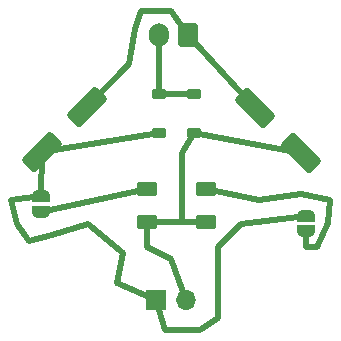
<source format=gbr>
%TF.GenerationSoftware,KiCad,Pcbnew,8.0.4*%
%TF.CreationDate,2025-06-18T18:58:41-07:00*%
%TF.ProjectId,Dyno_LED_PCB,44796e6f-5f4c-4454-945f-5043422e6b69,rev?*%
%TF.SameCoordinates,Original*%
%TF.FileFunction,Copper,L1,Top*%
%TF.FilePolarity,Positive*%
%FSLAX46Y46*%
G04 Gerber Fmt 4.6, Leading zero omitted, Abs format (unit mm)*
G04 Created by KiCad (PCBNEW 8.0.4) date 2025-06-18 18:58:41*
%MOMM*%
%LPD*%
G01*
G04 APERTURE LIST*
G04 Aperture macros list*
%AMRoundRect*
0 Rectangle with rounded corners*
0 $1 Rounding radius*
0 $2 $3 $4 $5 $6 $7 $8 $9 X,Y pos of 4 corners*
0 Add a 4 corners polygon primitive as box body*
4,1,4,$2,$3,$4,$5,$6,$7,$8,$9,$2,$3,0*
0 Add four circle primitives for the rounded corners*
1,1,$1+$1,$2,$3*
1,1,$1+$1,$4,$5*
1,1,$1+$1,$6,$7*
1,1,$1+$1,$8,$9*
0 Add four rect primitives between the rounded corners*
20,1,$1+$1,$2,$3,$4,$5,0*
20,1,$1+$1,$4,$5,$6,$7,0*
20,1,$1+$1,$6,$7,$8,$9,0*
20,1,$1+$1,$8,$9,$2,$3,0*%
%AMFreePoly0*
4,1,19,0.500000,-0.750000,0.000000,-0.750000,0.000000,-0.744911,-0.071157,-0.744911,-0.207708,-0.704816,-0.327430,-0.627875,-0.420627,-0.520320,-0.479746,-0.390866,-0.500000,-0.250000,-0.500000,0.250000,-0.479746,0.390866,-0.420627,0.520320,-0.327430,0.627875,-0.207708,0.704816,-0.071157,0.744911,0.000000,0.744911,0.000000,0.750000,0.500000,0.750000,0.500000,-0.750000,0.500000,-0.750000,
$1*%
%AMFreePoly1*
4,1,19,0.000000,0.744911,0.071157,0.744911,0.207708,0.704816,0.327430,0.627875,0.420627,0.520320,0.479746,0.390866,0.500000,0.250000,0.500000,-0.250000,0.479746,-0.390866,0.420627,-0.520320,0.327430,-0.627875,0.207708,-0.704816,0.071157,-0.744911,0.000000,-0.744911,0.000000,-0.750000,-0.500000,-0.750000,-0.500000,0.750000,0.000000,0.750000,0.000000,0.744911,0.000000,0.744911,
$1*%
G04 Aperture macros list end*
%TA.AperFunction,ComponentPad*%
%ADD10R,1.700000X1.700000*%
%TD*%
%TA.AperFunction,ComponentPad*%
%ADD11O,1.700000X1.700000*%
%TD*%
%TA.AperFunction,SMDPad,CuDef*%
%ADD12RoundRect,0.250000X0.625000X-0.375000X0.625000X0.375000X-0.625000X0.375000X-0.625000X-0.375000X0*%
%TD*%
%TA.AperFunction,SMDPad,CuDef*%
%ADD13RoundRect,0.225000X0.375000X-0.225000X0.375000X0.225000X-0.375000X0.225000X-0.375000X-0.225000X0*%
%TD*%
%TA.AperFunction,SMDPad,CuDef*%
%ADD14RoundRect,0.250000X-0.671751X-1.449569X1.449569X0.671751X0.671751X1.449569X-1.449569X-0.671751X0*%
%TD*%
%TA.AperFunction,SMDPad,CuDef*%
%ADD15FreePoly0,90.000000*%
%TD*%
%TA.AperFunction,SMDPad,CuDef*%
%ADD16FreePoly1,90.000000*%
%TD*%
%TA.AperFunction,SMDPad,CuDef*%
%ADD17RoundRect,0.250000X-1.449569X0.671751X0.671751X-1.449569X1.449569X-0.671751X-0.671751X1.449569X0*%
%TD*%
%TA.AperFunction,SMDPad,CuDef*%
%ADD18RoundRect,0.225000X-0.375000X0.225000X-0.375000X-0.225000X0.375000X-0.225000X0.375000X0.225000X0*%
%TD*%
%TA.AperFunction,ComponentPad*%
%ADD19RoundRect,0.250000X0.600000X0.750000X-0.600000X0.750000X-0.600000X-0.750000X0.600000X-0.750000X0*%
%TD*%
%TA.AperFunction,ComponentPad*%
%ADD20O,1.700000X2.000000*%
%TD*%
%TA.AperFunction,Conductor*%
%ADD21C,0.508000*%
%TD*%
G04 APERTURE END LIST*
D10*
%TO.P,J2,1,Pin_1*%
%TO.N,Net-(D1-K)*%
X68725000Y-61000000D03*
D11*
%TO.P,J2,2,Pin_2*%
%TO.N,Net-(D2-A)*%
X71265000Y-61000000D03*
%TD*%
D12*
%TO.P,D4,1,K*%
%TO.N,Net-(D2-A)*%
X73000000Y-54400000D03*
%TO.P,D4,2,A*%
%TO.N,Net-(D4-A)*%
X73000000Y-51600000D03*
%TD*%
D13*
%TO.P,D1,1,K*%
%TO.N,Net-(D1-K)*%
X69000000Y-46800000D03*
%TO.P,D1,2,A*%
%TO.N,Net-(D1-A)*%
X69000000Y-43500000D03*
%TD*%
D12*
%TO.P,D3,1,K*%
%TO.N,Net-(D2-A)*%
X68000000Y-54400000D03*
%TO.P,D3,2,A*%
%TO.N,Net-(D3-A)*%
X68000000Y-51600000D03*
%TD*%
D14*
%TO.P,C1,1*%
%TO.N,Net-(D1-K)*%
X59090810Y-48409189D03*
%TO.P,C1,2*%
%TO.N,Net-(J1-Pin_1)*%
X62909190Y-44590811D03*
%TD*%
D15*
%TO.P,JP2,1,A*%
%TO.N,Net-(D3-A)*%
X59000000Y-53500000D03*
D16*
%TO.P,JP2,2,B*%
%TO.N,Net-(D1-K)*%
X59000000Y-52200000D03*
%TD*%
D17*
%TO.P,C2,1*%
%TO.N,Net-(J1-Pin_1)*%
X77181622Y-44681619D03*
%TO.P,C2,2*%
%TO.N,Net-(D2-A)*%
X81000000Y-48499999D03*
%TD*%
D15*
%TO.P,JP1,1,A*%
%TO.N,Net-(D4-A)*%
X81500002Y-55150001D03*
D16*
%TO.P,JP1,2,B*%
%TO.N,Net-(D1-K)*%
X81499998Y-53849999D03*
%TD*%
D18*
%TO.P,D2,1,K*%
%TO.N,Net-(D1-A)*%
X72000000Y-43500000D03*
%TO.P,D2,2,A*%
%TO.N,Net-(D2-A)*%
X72000000Y-46800000D03*
%TD*%
D19*
%TO.P,J1,1,Pin_1*%
%TO.N,Net-(J1-Pin_1)*%
X71500000Y-38500000D03*
D20*
%TO.P,J1,2,Pin_2*%
%TO.N,Net-(D1-A)*%
X69000000Y-38500000D03*
%TD*%
D21*
%TO.N,Net-(D1-A)*%
X69000000Y-43500000D02*
X72000000Y-43500000D01*
%TO.N,Net-(D1-K)*%
X58000000Y-56000000D02*
X60000000Y-55500000D01*
X57000000Y-54500000D02*
X58000000Y-56000000D01*
X59000000Y-52200000D02*
X56500000Y-52500000D01*
X69000000Y-46800000D02*
X59090809Y-48409189D01*
X81499998Y-53849999D02*
X76000000Y-54500000D01*
X72500000Y-63500000D02*
X69500000Y-63500000D01*
X56500000Y-52500000D02*
X57000000Y-54500000D01*
X74000000Y-62500000D02*
X72500000Y-63500000D01*
X69500000Y-63500000D02*
X68725000Y-61000000D01*
X65500000Y-59500000D02*
X68725000Y-61000000D01*
X60000000Y-55500000D02*
X63000000Y-54500000D01*
X63000000Y-54500000D02*
X66000000Y-57000000D01*
X76000000Y-54500000D02*
X74000000Y-56500000D01*
X59000000Y-52200000D02*
X59090809Y-48409189D01*
X66000000Y-57000000D02*
X65500000Y-59500000D01*
X74000000Y-56500000D02*
X74000000Y-62500000D01*
%TO.N,Net-(J1-Pin_1)*%
X67000000Y-38000000D02*
X67500000Y-36500000D01*
X70000000Y-36500000D02*
X71500000Y-38500000D01*
X67500000Y-36500000D02*
X70000000Y-36500000D01*
X66500000Y-41000000D02*
X67000000Y-38000000D01*
X71500000Y-38500000D02*
X77181622Y-44681618D01*
X62909191Y-44590811D02*
X66500000Y-41000000D01*
%TO.N,Net-(D2-A)*%
X71265000Y-61000000D02*
X70000000Y-57500000D01*
X68000000Y-54400000D02*
X71000000Y-54400000D01*
X70000000Y-57500000D02*
X68000000Y-56500000D01*
X72000000Y-46800000D02*
X81000000Y-48500000D01*
X71000000Y-48500000D02*
X72000000Y-46800000D01*
X68000000Y-56500000D02*
X68000000Y-54400000D01*
X71000000Y-54400000D02*
X71000000Y-48500000D01*
X71000000Y-54400000D02*
X73000000Y-54400000D01*
%TO.N,Net-(D1-A)*%
X69000000Y-38500000D02*
X69000000Y-43500000D01*
%TO.N,Net-(D3-A)*%
X68000000Y-51600000D02*
X59000000Y-53500000D01*
%TO.N,Net-(D4-A)*%
X83500000Y-52500000D02*
X81000000Y-52000000D01*
X82423512Y-56456711D02*
X83352696Y-54444469D01*
X81500000Y-56500000D02*
X82423512Y-56456711D01*
X81000000Y-52000000D02*
X77500000Y-52500000D01*
X77500000Y-52500000D02*
X73000000Y-51600000D01*
X81500002Y-55150001D02*
X81500000Y-56500000D01*
X83352696Y-54444469D02*
X83500000Y-52500000D01*
%TD*%
M02*

</source>
